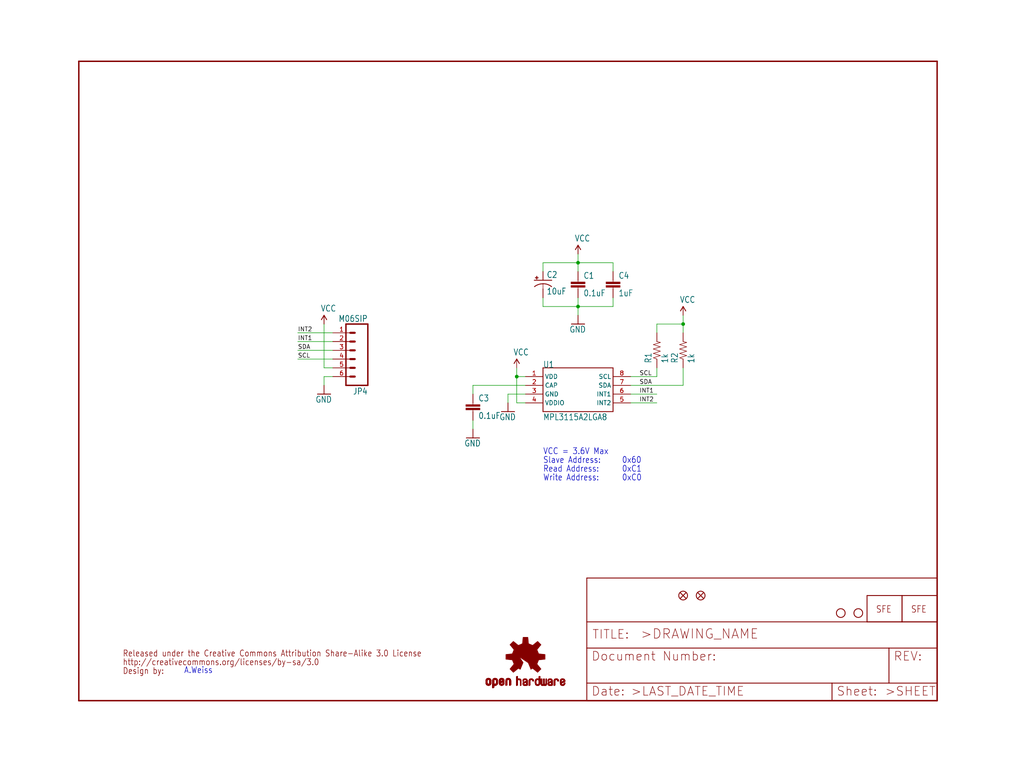
<source format=kicad_sch>
(kicad_sch (version 20211123) (generator eeschema)
  (paper "User" 297.002 223.926)
  (lib_symbols
    (symbol "eagleSchem-eagle-import:CAP0402-CAP"
      (property "Reference" "C" (at 1.524 2.921 0))
      (property "Value" "CAP0402-CAP" (at 1.524 -2.159 0))
      (symbol "CAP0402-CAP_1_0"
        (pin passive line (at 0 5.08 270) (length 2.54) (name "1") (number "1"))
        (pin passive line (at 0 -2.54 90) (length 2.54) (name "2") (number "2"))
      )
    )
    (symbol "eagleSchem-eagle-import:CAP_POL1206"
      (property "Reference" "C" (at 1.016 0.635 0))
      (property "Value" "CAP_POL1206" (at 1.016 -4.191 0))
      (symbol "CAP_POL1206_1_0"
        (pin passive line (at 0 2.54 270) (length 2.54) (name "+") (number "A"))
        (pin passive line (at 0 -5.08 90) (length 2.54) (name "-") (number "C"))
      )
    )
    (symbol "eagleSchem-eagle-import:CREATIVE_COMMONS"
      (symbol "CREATIVE_COMMONS_1_0"
        (text "Design by:" (at 0 0 0) (effects (font (size 1.778 1.5113)) (justify left bottom)))
        (text "http://creativecommons.org/licenses/by-sa/3.0" (at 0 2.54 0) (effects (font (size 1.778 1.5113)) (justify left bottom)))
        (text "Released under the Creative Commons Attribution Share-Alike 3.0 License" (at 0 5.08 0) (effects (font (size 1.778 1.5113)) (justify left bottom)))
      )
    )
    (symbol "eagleSchem-eagle-import:FIDUCIALUFIDUCIAL")
    (symbol "eagleSchem-eagle-import:FRAME-LETTER"
      (symbol "FRAME-LETTER_2_0"
        (text ">DRAWING_NAME" (at 15.494 17.78 0) (effects (font (size 2.7432 2.7432)) (justify left bottom)))
        (text ">LAST_DATE_TIME" (at 12.7 1.27 0) (effects (font (size 2.54 2.54)) (justify left bottom)))
        (text ">SHEET" (at 86.36 1.27 0) (effects (font (size 2.54 2.54)) (justify left bottom)))
        (text "Date:" (at 1.27 1.27 0) (effects (font (size 2.54 2.54)) (justify left bottom)))
        (text "Document Number:" (at 1.27 11.43 0) (effects (font (size 2.54 2.54)) (justify left bottom)))
        (text "REV:" (at 88.9 11.43 0) (effects (font (size 2.54 2.54)) (justify left bottom)))
        (text "Sheet:" (at 72.39 1.27 0) (effects (font (size 2.54 2.54)) (justify left bottom)))
        (text "TITLE:" (at 1.524 17.78 0) (effects (font (size 2.54 2.54)) (justify left bottom)))
      )
    )
    (symbol "eagleSchem-eagle-import:GND" (power)
      (property "Value" "GND" (at -2.54 -2.54 0))
      (symbol "GND_1_0"
        (pin power_in line (at 0 2.54 270) (length 2.54) (name "GND") (number "1"))
      )
    )
    (symbol "eagleSchem-eagle-import:LOGO-SFESK"
      (symbol "LOGO-SFESK_1_0"
        (text "SFE" (at 0 0 0) (effects (font (size 1.9304 1.6408)) (justify left bottom)))
      )
    )
    (symbol "eagleSchem-eagle-import:M06SIP"
      (property "Reference" "JP" (at -5.08 10.922 0))
      (property "Value" "M06SIP" (at -5.08 -10.16 0))
      (symbol "M06SIP_1_0"
        (pin passive line (at 5.08 -5.08 180) (length 5.08) (name "1") (number "1"))
        (pin passive line (at 5.08 -2.54 180) (length 5.08) (name "2") (number "2"))
        (pin passive line (at 5.08 0 180) (length 5.08) (name "3") (number "3"))
        (pin passive line (at 5.08 2.54 180) (length 5.08) (name "4") (number "4"))
        (pin passive line (at 5.08 5.08 180) (length 5.08) (name "5") (number "5"))
        (pin passive line (at 5.08 7.62 180) (length 5.08) (name "6") (number "6"))
      )
    )
    (symbol "eagleSchem-eagle-import:MPL3115A2LGA8"
      (property "Reference" "U" (at -10.16 5.08 0))
      (property "Value" "MPL3115A2LGA8" (at -10.16 -10.16 0))
      (symbol "MPL3115A2LGA8_1_0"
        (pin bidirectional line (at -15.24 2.54 0) (length 5.08) (name "VDD") (number "1"))
        (pin bidirectional line (at -15.24 0 0) (length 5.08) (name "CAP") (number "2"))
        (pin bidirectional line (at -15.24 -2.54 0) (length 5.08) (name "GND") (number "3"))
        (pin bidirectional line (at -15.24 -5.08 0) (length 5.08) (name "VDDIO") (number "4"))
        (pin bidirectional line (at 15.24 -5.08 180) (length 5.08) (name "INT2") (number "5"))
        (pin bidirectional line (at 15.24 -2.54 180) (length 5.08) (name "INT1") (number "6"))
        (pin bidirectional line (at 15.24 0 180) (length 5.08) (name "SDA") (number "7"))
        (pin bidirectional line (at 15.24 2.54 180) (length 5.08) (name "SCL") (number "8"))
      )
    )
    (symbol "eagleSchem-eagle-import:OSHW-LOGOS")
    (symbol "eagleSchem-eagle-import:RESISTOR0402-RES"
      (property "Reference" "R" (at -3.81 1.4986 0))
      (property "Value" "RESISTOR0402-RES" (at -3.81 -3.302 0))
      (symbol "RESISTOR0402-RES_1_0"
        (pin passive line (at -5.08 0 0) (length 2.54) (name "1") (number "1"))
        (pin passive line (at 5.08 0 180) (length 2.54) (name "2") (number "2"))
      )
    )
    (symbol "eagleSchem-eagle-import:STAND-OFF")
    (symbol "eagleSchem-eagle-import:VCC" (power)
      (property "Value" "VCC" (at -1.016 3.556 0))
      (symbol "VCC_1_0"
        (pin power_in line (at 0 0 90) (length 2.54) (name "VCC") (number "1"))
      )
    )
  )
  (junction (at 167.64 76.2))
  (junction (at 198.12 93.98))
  (junction (at 149.86 109.22))
  (junction (at 167.64 88.9))
  (wire (pts (xy 167.64 88.9) (xy 177.8 88.9)))
  (wire (pts (xy 198.12 93.98) (xy 198.12 91.44)))
  (wire (pts (xy 190.5 106.68) (xy 190.5 109.22)))
  (wire (pts (xy 152.4 116.84) (xy 149.86 116.84)))
  (wire (pts (xy 152.4 114.3) (xy 147.32 114.3)))
  (wire (pts (xy 96.52 99.06) (xy 86.36 99.06)))
  (wire (pts (xy 177.8 88.9) (xy 177.8 86.36)))
  (wire (pts (xy 167.64 76.2) (xy 167.64 78.74)))
  (wire (pts (xy 96.52 96.52) (xy 86.36 96.52)))
  (wire (pts (xy 157.48 86.36) (xy 157.48 88.9)))
  (wire (pts (xy 152.4 111.76) (xy 137.16 111.76)))
  (wire (pts (xy 167.64 88.9) (xy 167.64 86.36)))
  (wire (pts (xy 149.86 116.84) (xy 149.86 109.22)))
  (wire (pts (xy 137.16 111.76) (xy 137.16 114.3)))
  (wire (pts (xy 198.12 111.76) (xy 182.88 111.76)))
  (wire (pts (xy 198.12 93.98) (xy 198.12 96.52)))
  (wire (pts (xy 96.52 101.6) (xy 86.36 101.6)))
  (wire (pts (xy 182.88 114.3) (xy 190.5 114.3)))
  (wire (pts (xy 152.4 109.22) (xy 149.86 109.22)))
  (wire (pts (xy 93.98 106.68) (xy 93.98 93.98)))
  (wire (pts (xy 190.5 109.22) (xy 182.88 109.22)))
  (wire (pts (xy 147.32 114.3) (xy 147.32 116.84)))
  (wire (pts (xy 149.86 109.22) (xy 149.86 106.68)))
  (wire (pts (xy 137.16 121.92) (xy 137.16 124.46)))
  (wire (pts (xy 96.52 104.14) (xy 86.36 104.14)))
  (wire (pts (xy 167.64 76.2) (xy 167.64 73.66)))
  (wire (pts (xy 93.98 109.22) (xy 93.98 111.76)))
  (wire (pts (xy 190.5 93.98) (xy 198.12 93.98)))
  (wire (pts (xy 157.48 78.74) (xy 157.48 76.2)))
  (wire (pts (xy 198.12 106.68) (xy 198.12 111.76)))
  (wire (pts (xy 157.48 88.9) (xy 167.64 88.9)))
  (wire (pts (xy 157.48 76.2) (xy 167.64 76.2)))
  (wire (pts (xy 182.88 116.84) (xy 190.5 116.84)))
  (wire (pts (xy 190.5 96.52) (xy 190.5 93.98)))
  (wire (pts (xy 177.8 76.2) (xy 177.8 78.74)))
  (wire (pts (xy 96.52 106.68) (xy 93.98 106.68)))
  (wire (pts (xy 167.64 91.44) (xy 167.64 88.9)))
  (wire (pts (xy 96.52 109.22) (xy 93.98 109.22)))
  (wire (pts (xy 167.64 76.2) (xy 177.8 76.2)))
  (text "Write Address:" (at 157.48 139.7 180) (effects (font (size 1.778 1.5113)) (justify left bottom)))
  (text "VCC = 3.6V Max" (at 157.48 132.08 180) (effects (font (size 1.778 1.5113)) (justify left bottom)))
  (text "Read Address:" (at 157.48 137.16 180) (effects (font (size 1.778 1.5113)) (justify left bottom)))
  (text "A.Weiss" (at 53.34 195.58 180) (effects (font (size 1.778 1.5113)) (justify left bottom)))
  (text "0xC0" (at 180.34 139.7 180) (effects (font (size 1.778 1.5113)) (justify left bottom)))
  (text "Slave Address:" (at 157.48 134.62 180) (effects (font (size 1.778 1.5113)) (justify left bottom)))
  (text "0x60" (at 180.34 134.62 180) (effects (font (size 1.778 1.5113)) (justify left bottom)))
  (text "0xC1" (at 180.34 137.16 180) (effects (font (size 1.778 1.5113)) (justify left bottom)))
  (label "SCL" (at 185.42 109.22 0) (effects (font (size 1.2446 1.2446))))
  (label "INT1" (at 86.36 99.06 0) (effects (font (size 1.2446 1.2446))))
  (label "SDA" (at 86.36 101.6 0) (effects (font (size 1.2446 1.2446))))
  (label "INT2" (at 86.36 96.52 0) (effects (font (size 1.2446 1.2446))))
  (label "INT2" (at 185.42 116.84 0) (effects (font (size 1.2446 1.2446))))
  (label "SCL" (at 86.36 104.14 0) (effects (font (size 1.2446 1.2446))))
  (label "INT1" (at 185.42 114.3 0) (effects (font (size 1.2446 1.2446))))
  (label "SDA" (at 185.42 111.76 0) (effects (font (size 1.2446 1.2446))))
  (symbol (lib_id "eagleSchem-eagle-import:LOGO-SFESK") (at 264.16 177.8 0) (unit 1)
    (property "Reference" "JP1" (effects hide))
    (property "Value" "LOGO-SFESK" (effects hide))
    (property "Footprint" "eagleSchem:SFE-LOGO-FLAME" (effects hide))
  )
  (symbol (lib_id "eagleSchem-eagle-import:MPL3115A2LGA8") (at 167.64 111.76 0) (unit 1)
    (property "Reference" "U1" (at 157.48 106.68 0) (effects (font (size 1.778 1.5113)) (justify left bottom)))
    (property "Value" "MPL3115A2LGA8" (at 157.48 121.92 0) (effects (font (size 1.778 1.5113)) (justify left bottom)))
    (property "Footprint" "eagleSchem:LGA8" (effects hide))
  )
  (symbol (lib_id "eagleSchem-eagle-import:GND") (at 93.98 114.3 0) (unit 1)
    (property "Reference" "#GND4" (effects hide))
    (property "Value" "GND" (at 91.44 116.84 0) (effects (font (size 1.778 1.5113)) (justify left bottom)))
    (property "Footprint" "eagleSchem:" (effects hide))
  )
  (symbol (lib_id "eagleSchem-eagle-import:M06SIP") (at 101.6 101.6 180) (unit 1)
    (property "Reference" "JP4" (at 106.68 112.522 0) (effects (font (size 1.778 1.5113)) (justify left bottom)))
    (property "Value" "M06SIP" (at 106.68 91.44 0) (effects (font (size 1.778 1.5113)) (justify left bottom)))
    (property "Footprint" "eagleSchem:1X06" (effects hide))
  )
  (symbol (lib_id "eagleSchem-eagle-import:RESISTOR0402-RES") (at 190.5 101.6 90) (unit 1)
    (property "Reference" "R1" (at 189.0014 105.41 0) (effects (font (size 1.778 1.5113)) (justify left bottom)))
    (property "Value" "1k" (at 193.802 105.41 0) (effects (font (size 1.778 1.5113)) (justify left bottom)))
    (property "Footprint" "eagleSchem:0402-RES" (effects hide))
  )
  (symbol (lib_id "eagleSchem-eagle-import:CAP_POL1206") (at 157.48 81.28 0) (unit 1)
    (property "Reference" "C2" (at 158.496 80.645 0) (effects (font (size 1.778 1.5113)) (justify left bottom)))
    (property "Value" "10uF" (at 158.496 85.471 0) (effects (font (size 1.778 1.5113)) (justify left bottom)))
    (property "Footprint" "eagleSchem:EIA3216" (effects hide))
  )
  (symbol (lib_id "eagleSchem-eagle-import:FRAME-LETTER") (at 170.18 203.2 0) (unit 2)
    (property "Reference" "#FRAME1" (effects hide))
    (property "Value" "FRAME-LETTER" (effects hide))
    (property "Footprint" "eagleSchem:" (effects hide))
  )
  (symbol (lib_id "eagleSchem-eagle-import:FIDUCIALUFIDUCIAL") (at 203.2 172.72 0) (unit 1)
    (property "Reference" "JP6" (effects hide))
    (property "Value" "FIDUCIALUFIDUCIAL" (effects hide))
    (property "Footprint" "eagleSchem:MICRO-FIDUCIAL" (effects hide))
  )
  (symbol (lib_id "eagleSchem-eagle-import:VCC") (at 149.86 106.68 0) (unit 1)
    (property "Reference" "#P+1" (effects hide))
    (property "Value" "VCC" (at 148.844 103.124 0) (effects (font (size 1.778 1.5113)) (justify left bottom)))
    (property "Footprint" "eagleSchem:" (effects hide))
  )
  (symbol (lib_id "eagleSchem-eagle-import:CAP0402-CAP") (at 167.64 83.82 0) (unit 1)
    (property "Reference" "C1" (at 169.164 80.899 0) (effects (font (size 1.778 1.5113)) (justify left bottom)))
    (property "Value" "0.1uF" (at 169.164 85.979 0) (effects (font (size 1.778 1.5113)) (justify left bottom)))
    (property "Footprint" "eagleSchem:0402-CAP" (effects hide))
  )
  (symbol (lib_id "eagleSchem-eagle-import:STAND-OFF") (at 243.84 177.8 0) (unit 1)
    (property "Reference" "JP3" (effects hide))
    (property "Value" "STAND-OFF" (effects hide))
    (property "Footprint" "eagleSchem:STAND-OFF" (effects hide))
  )
  (symbol (lib_id "eagleSchem-eagle-import:LOGO-SFESK") (at 254 177.8 0) (unit 1)
    (property "Reference" "JP5" (effects hide))
    (property "Value" "LOGO-SFESK" (effects hide))
    (property "Footprint" "eagleSchem:SFE-LOGO-FLAME" (effects hide))
  )
  (symbol (lib_id "eagleSchem-eagle-import:RESISTOR0402-RES") (at 198.12 101.6 90) (unit 1)
    (property "Reference" "R2" (at 196.6214 105.41 0) (effects (font (size 1.778 1.5113)) (justify left bottom)))
    (property "Value" "1k" (at 201.422 105.41 0) (effects (font (size 1.778 1.5113)) (justify left bottom)))
    (property "Footprint" "eagleSchem:0402-RES" (effects hide))
  )
  (symbol (lib_id "eagleSchem-eagle-import:FIDUCIALUFIDUCIAL") (at 198.12 172.72 0) (unit 1)
    (property "Reference" "JP7" (effects hide))
    (property "Value" "FIDUCIALUFIDUCIAL" (effects hide))
    (property "Footprint" "eagleSchem:MICRO-FIDUCIAL" (effects hide))
  )
  (symbol (lib_id "eagleSchem-eagle-import:OSHW-LOGOS") (at 152.4 190.5 0) (unit 1)
    (property "Reference" "U$1" (effects hide))
    (property "Value" "OSHW-LOGOS" (effects hide))
    (property "Footprint" "eagleSchem:OSHW-LOGO-S" (effects hide))
  )
  (symbol (lib_id "eagleSchem-eagle-import:VCC") (at 93.98 93.98 0) (unit 1)
    (property "Reference" "#P+4" (effects hide))
    (property "Value" "VCC" (at 92.964 90.424 0) (effects (font (size 1.778 1.5113)) (justify left bottom)))
    (property "Footprint" "eagleSchem:" (effects hide))
  )
  (symbol (lib_id "eagleSchem-eagle-import:CAP0402-CAP") (at 137.16 119.38 0) (unit 1)
    (property "Reference" "C3" (at 138.684 116.459 0) (effects (font (size 1.778 1.5113)) (justify left bottom)))
    (property "Value" "0.1uF" (at 138.684 121.539 0) (effects (font (size 1.778 1.5113)) (justify left bottom)))
    (property "Footprint" "eagleSchem:0402-CAP" (effects hide))
  )
  (symbol (lib_id "eagleSchem-eagle-import:VCC") (at 198.12 91.44 0) (unit 1)
    (property "Reference" "#P+2" (effects hide))
    (property "Value" "VCC" (at 197.104 87.884 0) (effects (font (size 1.778 1.5113)) (justify left bottom)))
    (property "Footprint" "eagleSchem:" (effects hide))
  )
  (symbol (lib_id "eagleSchem-eagle-import:VCC") (at 167.64 73.66 0) (unit 1)
    (property "Reference" "#P+3" (effects hide))
    (property "Value" "VCC" (at 166.624 70.104 0) (effects (font (size 1.778 1.5113)) (justify left bottom)))
    (property "Footprint" "eagleSchem:" (effects hide))
  )
  (symbol (lib_id "eagleSchem-eagle-import:GND") (at 147.32 119.38 0) (unit 1)
    (property "Reference" "#GND1" (effects hide))
    (property "Value" "GND" (at 144.78 121.92 0) (effects (font (size 1.778 1.5113)) (justify left bottom)))
    (property "Footprint" "eagleSchem:" (effects hide))
  )
  (symbol (lib_id "eagleSchem-eagle-import:CREATIVE_COMMONS") (at 35.56 195.58 0) (unit 1)
    (property "Reference" "U$2" (effects hide))
    (property "Value" "CREATIVE_COMMONS" (effects hide))
    (property "Footprint" "eagleSchem:CREATIVE_COMMONS" (effects hide))
  )
  (symbol (lib_id "eagleSchem-eagle-import:GND") (at 167.64 93.98 0) (unit 1)
    (property "Reference" "#GND2" (effects hide))
    (property "Value" "GND" (at 165.1 96.52 0) (effects (font (size 1.778 1.5113)) (justify left bottom)))
    (property "Footprint" "eagleSchem:" (effects hide))
  )
  (symbol (lib_id "eagleSchem-eagle-import:STAND-OFF") (at 248.92 177.8 0) (unit 1)
    (property "Reference" "JP2" (effects hide))
    (property "Value" "STAND-OFF" (effects hide))
    (property "Footprint" "eagleSchem:STAND-OFF" (effects hide))
  )
  (symbol (lib_id "eagleSchem-eagle-import:CAP0402-CAP") (at 177.8 83.82 0) (unit 1)
    (property "Reference" "C4" (at 179.324 80.899 0) (effects (font (size 1.778 1.5113)) (justify left bottom)))
    (property "Value" "1uF" (at 179.324 85.979 0) (effects (font (size 1.778 1.5113)) (justify left bottom)))
    (property "Footprint" "eagleSchem:0402-CAP" (effects hide))
  )
  (symbol (lib_id "eagleSchem-eagle-import:FRAME-LETTER") (at 22.86 203.2 0) (unit 1)
    (property "Reference" "#FRAME1" (effects hide))
    (property "Value" "FRAME-LETTER" (effects hide))
    (property "Footprint" "eagleSchem:" (effects hide))
  )
  (symbol (lib_id "eagleSchem-eagle-import:GND") (at 137.16 127 0) (unit 1)
    (property "Reference" "#GND3" (effects hide))
    (property "Value" "GND" (at 134.62 129.54 0) (effects (font (size 1.778 1.5113)) (justify left bottom)))
    (property "Footprint" "eagleSchem:" (effects hide))
  )
)
</source>
